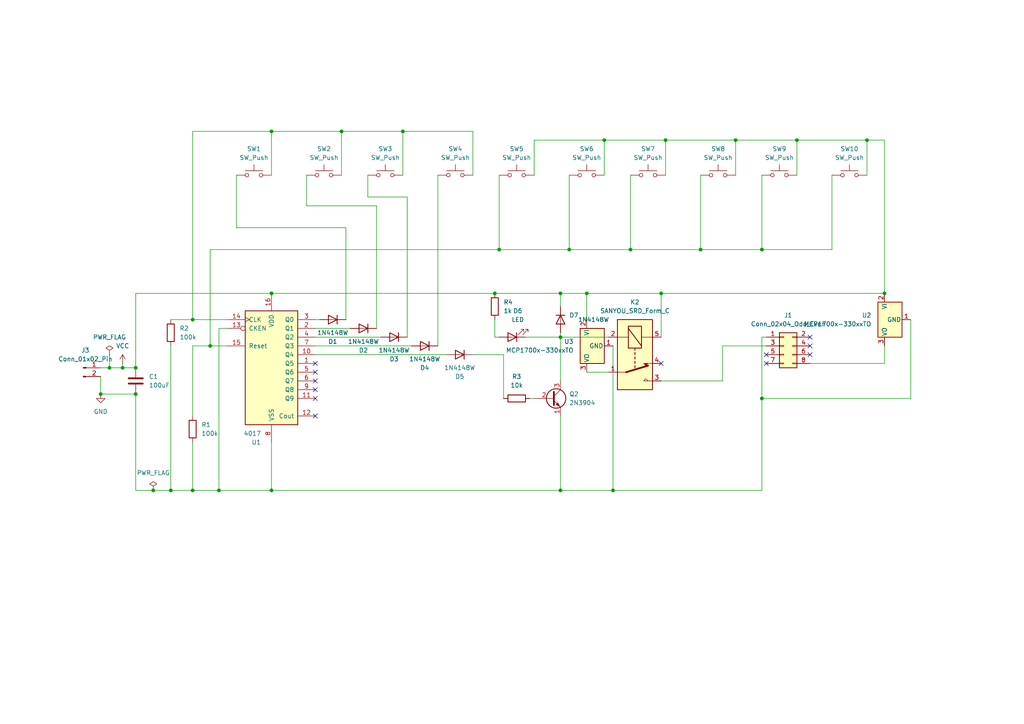
<source format=kicad_sch>
(kicad_sch (version 20231120) (generator "eeschema") (generator_version "8.0")
  (paper "A4")
  (lib_symbols
    (symbol "4xxx:4017" (pin_names (offset 1.016))
      (property "Reference" "U" (at -7.62 16.51 0))
      (property "Value" "4017" (at -7.62 -19.05 0))
      (symbol "4017_1_0"
        (pin output line (at 12.7 0 180) (length 5.08) (name "Q5") (number "1"))
        (pin output line (at 12.7 2.54 180) (length 5.08) (name "Q4") (number "10"))
        (pin output line (at 12.7 -10.16 180) (length 5.08) (name "Q9") (number "11"))
        (pin output line (at 12.7 -15.24 180) (length 5.08) (name "Cout") (number "12"))
        (pin input inverted (at -12.7 10.16 0) (length 5.08) (name "CKEN") (number "13"))
        (pin input clock (at -12.7 12.7 0) (length 5.08) (name "CLK") (number "14"))
        (pin input line (at -12.7 5.08 0) (length 5.08) (name "Reset") (number "15"))
        (pin power_in line (at 0 20.32 270) (length 5.08) (name "VDD") (number "16"))
        (pin output line (at 12.7 10.16 180) (length 5.08) (name "Q1") (number "2"))
        (pin output line (at 12.7 12.7 180) (length 5.08) (name "Q0") (number "3"))
        (pin output line (at 12.7 7.62 180) (length 5.08) (name "Q2") (number "4"))
        (pin output line (at 12.7 -2.54 180) (length 5.08) (name "Q6") (number "5"))
        (pin output line (at 12.7 -5.08 180) (length 5.08) (name "Q7") (number "6"))
        (pin output line (at 12.7 5.08 180) (length 5.08) (name "Q3") (number "7"))
        (pin power_in line (at 0 -22.86 90) (length 5.08) (name "VSS") (number "8"))
        (pin output line (at 12.7 -7.62 180) (length 5.08) (name "Q8") (number "9"))
      )
      (symbol "4017_1_1"
        (rectangle (start -7.62 15.24) (end 7.62 -17.78) (stroke (width 0.254)) (fill (type background)))
      )
    )
    (symbol "Connector:Conn_01x02_Pin" (pin_names (offset 1.016) hide)
      (property "Reference" "J" (at 0 2.54 0))
      (property "Value" "Conn_01x02_Pin" (at 0 -5.08 0))
      (symbol "Conn_01x02_Pin_1_1"
        (polyline (pts (xy 1.27 -2.54) (xy 0.8636 -2.54)) (stroke (width 0.1524)))
        (polyline (pts (xy 1.27 0) (xy 0.8636 0)) (stroke (width 0.1524)))
        (rectangle (start 0.8636 -2.413) (end 0 -2.667) (stroke (width 0.1524)) (fill (type outline)))
        (rectangle (start 0.8636 0.127) (end 0 -0.127) (stroke (width 0.1524)) (fill (type outline)))
        (pin passive line (at 5.08 0 180) (length 3.81) (name "Pin_1") (number "1"))
        (pin passive line (at 5.08 -2.54 180) (length 3.81) (name "Pin_2") (number "2"))
      )
    )
    (symbol "Connector_Generic:Conn_02x04_Odd_Even" (pin_names (offset 1.016) hide)
      (property "Reference" "J" (at 1.27 5.08 0))
      (property "Value" "Conn_02x04_Odd_Even" (at 1.27 -7.62 0))
      (symbol "Conn_02x04_Odd_Even_1_1"
        (rectangle (start -1.27 -4.953) (end 0 -5.207) (stroke (width 0.1524)))
        (rectangle (start -1.27 -2.413) (end 0 -2.667) (stroke (width 0.1524)))
        (rectangle (start -1.27 0.127) (end 0 -0.127) (stroke (width 0.1524)))
        (rectangle (start -1.27 2.667) (end 0 2.413) (stroke (width 0.1524)))
        (rectangle (start -1.27 3.81) (end 3.81 -6.35) (stroke (width 0.254)) (fill (type background)))
        (rectangle (start 3.81 -4.953) (end 2.54 -5.207) (stroke (width 0.1524)))
        (rectangle (start 3.81 -2.413) (end 2.54 -2.667) (stroke (width 0.1524)))
        (rectangle (start 3.81 0.127) (end 2.54 -0.127) (stroke (width 0.1524)))
        (rectangle (start 3.81 2.667) (end 2.54 2.413) (stroke (width 0.1524)))
        (pin passive line (at -5.08 2.54 0) (length 3.81) (name "Pin_1") (number "1"))
        (pin passive line (at 7.62 2.54 180) (length 3.81) (name "Pin_2") (number "2"))
        (pin passive line (at -5.08 0 0) (length 3.81) (name "Pin_3") (number "3"))
        (pin passive line (at 7.62 0 180) (length 3.81) (name "Pin_4") (number "4"))
        (pin passive line (at -5.08 -2.54 0) (length 3.81) (name "Pin_5") (number "5"))
        (pin passive line (at 7.62 -2.54 180) (length 3.81) (name "Pin_6") (number "6"))
        (pin passive line (at -5.08 -5.08 0) (length 3.81) (name "Pin_7") (number "7"))
        (pin passive line (at 7.62 -5.08 180) (length 3.81) (name "Pin_8") (number "8"))
      )
    )
    (symbol "Device:C" (pin_numbers hide) (pin_names (offset 0.254))
      (property "Reference" "C" (at 0.635 2.54 0))
      (property "Value" "C" (at 0.635 -2.54 0))
      (symbol "C_0_1"
        (polyline (pts (xy -2.032 -0.762) (xy 2.032 -0.762)) (stroke (width 0.508)))
        (polyline (pts (xy -2.032 0.762) (xy 2.032 0.762)) (stroke (width 0.508)))
      )
      (symbol "C_1_1"
        (pin passive line (at 0 3.81 270) (length 2.794) (name "~") (number "1"))
        (pin passive line (at 0 -3.81 90) (length 2.794) (name "~") (number "2"))
      )
    )
    (symbol "Device:LED" (pin_numbers hide) (pin_names (offset 1.016) hide)
      (property "Reference" "D" (at 0 2.54 0))
      (property "Value" "LED" (at 0 -2.54 0))
      (symbol "LED_0_1"
        (polyline (pts (xy -1.27 -1.27) (xy -1.27 1.27)) (stroke (width 0.254)))
        (polyline (pts (xy -1.27 0) (xy 1.27 0)))
        (polyline (pts (xy 1.27 -1.27) (xy 1.27 1.27) (xy -1.27 0) (xy 1.27 -1.27)) (stroke (width 0.254)))
        (polyline (pts (xy -3.048 -0.762) (xy -4.572 -2.286) (xy -3.81 -2.286) (xy -4.572 -2.286) (xy -4.572 -1.524)))
        (polyline (pts (xy -1.778 -0.762) (xy -3.302 -2.286) (xy -2.54 -2.286) (xy -3.302 -2.286) (xy -3.302 -1.524)))
      )
      (symbol "LED_1_1"
        (pin passive line (at -3.81 0 0) (length 2.54) (name "K") (number "1"))
        (pin passive line (at 3.81 0 180) (length 2.54) (name "A") (number "2"))
      )
    )
    (symbol "Device:R" (pin_numbers hide) (pin_names (offset 0))
      (property "Reference" "R" (at 2.032 0 90))
      (property "Value" "R" (at 0 0 90))
      (symbol "R_0_1"
        (rectangle (start -1.016 -2.54) (end 1.016 2.54) (stroke (width 0.254)))
      )
      (symbol "R_1_1"
        (pin passive line (at 0 3.81 270) (length 1.27) (name "~") (number "1"))
        (pin passive line (at 0 -3.81 90) (length 1.27) (name "~") (number "2"))
      )
    )
    (symbol "Diode:1N4148W" (pin_numbers hide) (pin_names hide)
      (property "Reference" "D" (at 0 2.54 0))
      (property "Value" "1N4148W" (at 0 -2.54 0))
      (symbol "1N4148W_0_1"
        (polyline (pts (xy -1.27 1.27) (xy -1.27 -1.27)) (stroke (width 0.254)))
        (polyline (pts (xy 1.27 0) (xy -1.27 0)))
        (polyline (pts (xy 1.27 1.27) (xy 1.27 -1.27) (xy -1.27 0) (xy 1.27 1.27)) (stroke (width 0.254)))
      )
      (symbol "1N4148W_1_1"
        (pin passive line (at -3.81 0 0) (length 2.54) (name "K") (number "1"))
        (pin passive line (at 3.81 0 180) (length 2.54) (name "A") (number "2"))
      )
    )
    (symbol "Regulator_Linear:MCP1700x-330xxTO" (pin_names (offset 0.254))
      (property "Reference" "U" (at -3.81 -3.175 0))
      (property "Value" "MCP1700x-330xxTO" (at 0 -3.175 0))
      (symbol "MCP1700x-330xxTO_0_1"
        (rectangle (start -5.08 5.08) (end 5.08 -1.905) (stroke (width 0.254)) (fill (type background)))
      )
      (symbol "MCP1700x-330xxTO_1_1"
        (pin power_in line (at 0 7.62 270) (length 2.54) (name "GND") (number "1"))
        (pin power_in line (at -7.62 0 0) (length 2.54) (name "VI") (number "2"))
        (pin power_out line (at 7.62 0 180) (length 2.54) (name "VO") (number "3"))
      )
    )
    (symbol "Relay:SANYOU_SRD_Form_C"
      (property "Reference" "K" (at 11.43 3.81 0))
      (property "Value" "SANYOU_SRD_Form_C" (at 11.43 1.27 0))
      (symbol "SANYOU_SRD_Form_C_0_0"
        (polyline (pts (xy 7.62 5.08) (xy 7.62 2.54) (xy 6.985 3.175) (xy 7.62 3.81)))
      )
      (symbol "SANYOU_SRD_Form_C_0_1"
        (rectangle (start -10.16 5.08) (end 10.16 -5.08) (stroke (width 0.254)) (fill (type background)))
        (rectangle (start -8.255 1.905) (end -1.905 -1.905) (stroke (width 0.254)))
        (polyline (pts (xy -7.62 -1.905) (xy -2.54 1.905)) (stroke (width 0.254)))
        (polyline (pts (xy -5.08 -5.08) (xy -5.08 -1.905)))
        (polyline (pts (xy -5.08 5.08) (xy -5.08 1.905)))
        (polyline (pts (xy -1.905 0) (xy -1.27 0)) (stroke (width 0.254)))
        (polyline (pts (xy -0.635 0) (xy 0 0)) (stroke (width 0.254)))
        (polyline (pts (xy 0.635 0) (xy 1.27 0)) (stroke (width 0.254)))
        (polyline (pts (xy 1.905 0) (xy 2.54 0)) (stroke (width 0.254)))
        (polyline (pts (xy 3.175 0) (xy 3.81 0)) (stroke (width 0.254)))
        (polyline (pts (xy 5.08 -2.54) (xy 3.175 3.81)) (stroke (width 0.508)))
        (polyline (pts (xy 5.08 -2.54) (xy 5.08 -5.08)))
      )
      (symbol "SANYOU_SRD_Form_C_1_1"
        (polyline (pts (xy 2.54 3.81) (xy 3.175 3.175) (xy 2.54 2.54) (xy 2.54 5.08)) (fill (type outline)))
        (pin passive line (at 5.08 -7.62 90) (length 2.54) (name "~") (number "1"))
        (pin passive line (at -5.08 -7.62 90) (length 2.54) (name "~") (number "2"))
        (pin passive line (at 7.62 7.62 270) (length 2.54) (name "~") (number "3"))
        (pin passive line (at 2.54 7.62 270) (length 2.54) (name "~") (number "4"))
        (pin passive line (at -5.08 7.62 270) (length 2.54) (name "~") (number "5"))
      )
    )
    (symbol "Switch:SW_Push" (pin_numbers hide) (pin_names (offset 1.016) hide)
      (property "Reference" "SW" (at 1.27 2.54 0))
      (property "Value" "SW_Push" (at 0 -1.524 0))
      (symbol "SW_Push_0_1"
        (circle (center -2.032 0) (radius 0.508))
        (polyline (pts (xy 0 1.27) (xy 0 3.048)))
        (polyline (pts (xy 2.54 1.27) (xy -2.54 1.27)))
        (circle (center 2.032 0) (radius 0.508))
        (pin passive line (at -5.08 0 0) (length 2.54) (name "1") (number "1"))
        (pin passive line (at 5.08 0 180) (length 2.54) (name "2") (number "2"))
      )
    )
    (symbol "Transistor_BJT:2N3904" (pin_names (offset 0) hide)
      (property "Reference" "Q" (at 5.08 1.905 0))
      (property "Value" "2N3904" (at 5.08 0 0))
      (symbol "2N3904_0_1"
        (polyline (pts (xy 0.635 0.635) (xy 2.54 2.54)))
        (polyline (pts (xy 0.635 -0.635) (xy 2.54 -2.54) (xy 2.54 -2.54)))
        (polyline (pts (xy 0.635 1.905) (xy 0.635 -1.905) (xy 0.635 -1.905)) (stroke (width 0.508)))
        (polyline (pts (xy 1.27 -1.778) (xy 1.778 -1.27) (xy 2.286 -2.286) (xy 1.27 -1.778) (xy 1.27 -1.778)) (fill (type outline)))
        (circle (center 1.27 0) (radius 2.8194) (stroke (width 0.254)))
      )
      (symbol "2N3904_1_1"
        (pin passive line (at 2.54 -5.08 90) (length 2.54) (name "E") (number "1"))
        (pin passive line (at -5.08 0 0) (length 5.715) (name "B") (number "2"))
        (pin passive line (at 2.54 5.08 270) (length 2.54) (name "C") (number "3"))
      )
    )
    (symbol "power:GND" (power) (pin_numbers hide) (pin_names (offset 0) hide)
      (property "Value" "GND" (at 0 -3.81 0))
      (symbol "GND_0_1"
        (polyline (pts (xy 0 0) (xy 0 -1.27) (xy 1.27 -1.27) (xy 0 -2.54) (xy -1.27 -1.27) (xy 0 -1.27)))
      )
      (symbol "GND_1_1"
        (pin power_in line (at 0 0 270) (length 0) (name "~") (number "1"))
      )
    )
    (symbol "power:PWR_FLAG" (power) (pin_numbers hide) (pin_names (offset 0) hide)
      (property "Value" "PWR_FLAG" (at 0 3.81 0))
      (symbol "PWR_FLAG_0_0"
        (pin power_out line (at 0 0 90) (length 0) (name "~") (number "1"))
      )
      (symbol "PWR_FLAG_0_1"
        (polyline (pts (xy 0 0) (xy 0 1.27) (xy -1.016 1.905) (xy 0 2.54) (xy 1.016 1.905) (xy 0 1.27)))
      )
    )
    (symbol "power:VCC" (power) (pin_numbers hide) (pin_names (offset 0) hide)
      (property "Value" "VCC" (at 0 3.556 0))
      (symbol "VCC_0_1"
        (polyline (pts (xy -0.762 1.27) (xy 0 2.54)))
        (polyline (pts (xy 0 0) (xy 0 2.54)))
        (polyline (pts (xy 0 2.54) (xy 0.762 1.27)))
      )
      (symbol "VCC_1_1"
        (pin power_in line (at 0 0 90) (length 0) (name "~") (number "1"))
      )
    )
  )
  (junction (at 78.74 85.09))
  (junction (at 175.26 40.64))
  (junction (at 213.36 40.64))
  (junction (at 116.84 38.1))
  (junction (at 39.37 106.68))
  (junction (at 78.74 38.1))
  (junction (at 63.5 142.24))
  (junction (at 99.06 38.1))
  (junction (at 203.2 72.39))
  (junction (at 162.56 142.24))
  (junction (at 256.54 85.09))
  (junction (at 44.45 142.24))
  (junction (at 162.56 97.79))
  (junction (at 78.74 142.24))
  (junction (at 35.56 106.68))
  (junction (at 39.37 114.3))
  (junction (at 143.51 85.09))
  (junction (at 251.46 40.64))
  (junction (at 55.88 142.24))
  (junction (at 162.56 85.09))
  (junction (at 165.1 72.39))
  (junction (at 29.21 114.3))
  (junction (at 170.18 85.09))
  (junction (at 193.04 40.64))
  (junction (at 55.88 92.71))
  (junction (at 144.78 72.39))
  (junction (at 60.96 100.33))
  (junction (at 191.77 85.09))
  (junction (at 177.8 142.24))
  (junction (at 49.53 142.24))
  (junction (at 220.98 115.57))
  (junction (at 231.14 40.64))
  (junction (at 220.98 72.39))
  (junction (at 31.75 106.68))
  (junction (at 182.88 72.39))
  (no_connect (at 91.44 110.49))
  (no_connect (at 91.44 113.03))
  (no_connect (at 222.25 102.87))
  (no_connect (at 91.44 107.95))
  (no_connect (at 91.44 120.65))
  (no_connect (at 234.95 102.87))
  (no_connect (at 91.44 105.41))
  (no_connect (at 222.25 105.41))
  (no_connect (at 91.44 115.57))
  (no_connect (at 234.95 97.79))
  (no_connect (at 234.95 100.33))
  (no_connect (at 191.77 105.41))
  (wire (pts (xy 170.18 85.09) (xy 170.18 92.71)))
  (wire (pts (xy 191.77 85.09) (xy 256.54 85.09)))
  (wire (pts (xy 29.21 114.3) (xy 39.37 114.3)))
  (wire (pts (xy 162.56 142.24) (xy 78.74 142.24)))
  (wire (pts (xy 177.8 100.33) (xy 177.8 142.24)))
  (wire (pts (xy 88.9 59.69) (xy 109.22 59.69)))
  (wire (pts (xy 144.78 72.39) (xy 144.78 50.8)))
  (wire (pts (xy 153.67 115.57) (xy 154.94 115.57)))
  (wire (pts (xy 29.21 114.3) (xy 29.21 109.22)))
  (wire (pts (xy 66.04 92.71) (xy 55.88 92.71)))
  (wire (pts (xy 55.88 142.24) (xy 63.5 142.24)))
  (wire (pts (xy 78.74 38.1) (xy 78.74 50.8)))
  (wire (pts (xy 109.22 95.25) (xy 109.22 59.69)))
  (wire (pts (xy 256.54 100.33) (xy 256.54 105.41)))
  (wire (pts (xy 222.25 100.33) (xy 209.55 100.33)))
  (wire (pts (xy 220.98 97.79) (xy 220.98 115.57)))
  (wire (pts (xy 152.4 97.79) (xy 162.56 97.79)))
  (wire (pts (xy 100.33 92.71) (xy 100.33 66.04)))
  (wire (pts (xy 213.36 40.64) (xy 213.36 50.8)))
  (wire (pts (xy 55.88 38.1) (xy 78.74 38.1)))
  (wire (pts (xy 177.8 142.24) (xy 220.98 142.24)))
  (wire (pts (xy 91.44 92.71) (xy 92.71 92.71)))
  (wire (pts (xy 213.36 40.64) (xy 231.14 40.64)))
  (wire (pts (xy 162.56 142.24) (xy 177.8 142.24)))
  (wire (pts (xy 162.56 88.9) (xy 162.56 85.09)))
  (wire (pts (xy 264.16 92.71) (xy 264.16 115.57)))
  (wire (pts (xy 182.88 72.39) (xy 203.2 72.39)))
  (wire (pts (xy 106.68 57.15) (xy 106.68 50.8)))
  (wire (pts (xy 49.53 92.71) (xy 55.88 92.71)))
  (wire (pts (xy 146.05 102.87) (xy 137.16 102.87)))
  (wire (pts (xy 220.98 115.57) (xy 264.16 115.57)))
  (wire (pts (xy 231.14 40.64) (xy 251.46 40.64)))
  (wire (pts (xy 175.26 50.8) (xy 175.26 40.64)))
  (wire (pts (xy 35.56 106.68) (xy 39.37 106.68)))
  (wire (pts (xy 182.88 72.39) (xy 182.88 50.8)))
  (wire (pts (xy 162.56 85.09) (xy 170.18 85.09)))
  (wire (pts (xy 78.74 128.27) (xy 78.74 142.24)))
  (wire (pts (xy 154.94 40.64) (xy 175.26 40.64)))
  (wire (pts (xy 35.56 105.41) (xy 35.56 106.68)))
  (wire (pts (xy 39.37 106.68) (xy 39.37 85.09)))
  (wire (pts (xy 63.5 142.24) (xy 78.74 142.24)))
  (wire (pts (xy 60.96 72.39) (xy 60.96 100.33)))
  (wire (pts (xy 203.2 72.39) (xy 220.98 72.39)))
  (wire (pts (xy 118.11 57.15) (xy 106.68 57.15)))
  (wire (pts (xy 78.74 85.09) (xy 143.51 85.09)))
  (wire (pts (xy 154.94 50.8) (xy 154.94 40.64)))
  (wire (pts (xy 44.45 142.24) (xy 49.53 142.24)))
  (wire (pts (xy 31.75 102.87) (xy 31.75 106.68)))
  (wire (pts (xy 251.46 40.64) (xy 251.46 50.8)))
  (wire (pts (xy 165.1 72.39) (xy 182.88 72.39)))
  (wire (pts (xy 39.37 114.3) (xy 39.37 142.24)))
  (wire (pts (xy 220.98 72.39) (xy 220.98 50.8)))
  (wire (pts (xy 31.75 106.68) (xy 35.56 106.68)))
  (wire (pts (xy 55.88 128.27) (xy 55.88 142.24)))
  (wire (pts (xy 49.53 142.24) (xy 55.88 142.24)))
  (wire (pts (xy 68.58 66.04) (xy 68.58 50.8)))
  (wire (pts (xy 191.77 97.79) (xy 191.77 85.09)))
  (wire (pts (xy 191.77 110.49) (xy 209.55 110.49)))
  (wire (pts (xy 209.55 100.33) (xy 209.55 110.49)))
  (wire (pts (xy 55.88 100.33) (xy 55.88 120.65)))
  (wire (pts (xy 241.3 72.39) (xy 241.3 50.8)))
  (wire (pts (xy 143.51 92.71) (xy 143.51 97.79)))
  (wire (pts (xy 118.11 97.79) (xy 118.11 57.15)))
  (wire (pts (xy 99.06 38.1) (xy 116.84 38.1)))
  (wire (pts (xy 99.06 38.1) (xy 99.06 50.8)))
  (wire (pts (xy 127 50.8) (xy 127 100.33)))
  (wire (pts (xy 203.2 72.39) (xy 203.2 50.8)))
  (wire (pts (xy 175.26 40.64) (xy 193.04 40.64)))
  (wire (pts (xy 49.53 100.33) (xy 49.53 142.24)))
  (wire (pts (xy 231.14 40.64) (xy 231.14 50.8)))
  (wire (pts (xy 39.37 85.09) (xy 78.74 85.09)))
  (wire (pts (xy 63.5 95.25) (xy 63.5 142.24)))
  (wire (pts (xy 55.88 92.71) (xy 55.88 38.1)))
  (wire (pts (xy 193.04 40.64) (xy 193.04 50.8)))
  (wire (pts (xy 137.16 38.1) (xy 137.16 50.8)))
  (wire (pts (xy 78.74 38.1) (xy 99.06 38.1)))
  (wire (pts (xy 68.58 66.04) (xy 100.33 66.04)))
  (wire (pts (xy 256.54 105.41) (xy 234.95 105.41)))
  (wire (pts (xy 143.51 85.09) (xy 162.56 85.09)))
  (wire (pts (xy 256.54 85.09) (xy 256.54 40.64)))
  (wire (pts (xy 91.44 97.79) (xy 110.49 97.79)))
  (wire (pts (xy 116.84 38.1) (xy 137.16 38.1)))
  (wire (pts (xy 116.84 38.1) (xy 116.84 50.8)))
  (wire (pts (xy 60.96 72.39) (xy 144.78 72.39)))
  (wire (pts (xy 170.18 85.09) (xy 191.77 85.09)))
  (wire (pts (xy 220.98 115.57) (xy 220.98 142.24)))
  (wire (pts (xy 162.56 97.79) (xy 162.56 110.49)))
  (wire (pts (xy 91.44 102.87) (xy 129.54 102.87)))
  (wire (pts (xy 91.44 100.33) (xy 119.38 100.33)))
  (wire (pts (xy 60.96 100.33) (xy 66.04 100.33)))
  (wire (pts (xy 176.53 107.95) (xy 170.18 107.95)))
  (wire (pts (xy 29.21 106.68) (xy 31.75 106.68)))
  (wire (pts (xy 63.5 95.25) (xy 66.04 95.25)))
  (wire (pts (xy 256.54 40.64) (xy 251.46 40.64)))
  (wire (pts (xy 165.1 72.39) (xy 165.1 50.8)))
  (wire (pts (xy 162.56 96.52) (xy 162.56 97.79)))
  (wire (pts (xy 220.98 72.39) (xy 241.3 72.39)))
  (wire (pts (xy 39.37 142.24) (xy 44.45 142.24)))
  (wire (pts (xy 162.56 97.79) (xy 176.53 97.79)))
  (wire (pts (xy 144.78 72.39) (xy 165.1 72.39)))
  (wire (pts (xy 88.9 59.69) (xy 88.9 50.8)))
  (wire (pts (xy 91.44 95.25) (xy 101.6 95.25)))
  (wire (pts (xy 146.05 115.57) (xy 146.05 102.87)))
  (wire (pts (xy 193.04 40.64) (xy 213.36 40.64)))
  (wire (pts (xy 143.51 97.79) (xy 144.78 97.79)))
  (wire (pts (xy 162.56 120.65) (xy 162.56 142.24)))
  (wire (pts (xy 220.98 97.79) (xy 222.25 97.79)))
  (wire (pts (xy 60.96 100.33) (xy 55.88 100.33)))
  (symbol (lib_id "power:GND") (at 29.21 114.3 0) (unit 1)
    (property "Reference" "#PWR03" (effects (hide yes)))
    (property "Value" "GND" (at 29.21 119.38 0))
    (property "Description" "Power symbol creates a global label with name \"GND\" , ground" (effects (hide yes)))
  )
  (symbol (lib_id "Diode:1N4148W") (at 105.41 95.25 180) (unit 1)
    (property "Reference" "D2" (at 105.41 101.6 0))
    (property "Value" "1N4148W" (at 105.41 99.06 0))
    (property "Footprint" "Diode_SMD:D_SOD-123" (effects (hide yes)))
    (property "Datasheet" "https://www.vishay.com/docs/85748/1n4148w.pdf" (effects (hide yes)))
    (property "Description" "75V 0.15A Fast Switching Diode, SOD-123" (effects (hide yes)))
    (property "Sim.Device" "D" (effects (hide yes)))
    (property "Sim.Pins" "1=K 2=A" (effects (hide yes)))
  )
  (symbol (lib_id "Diode:1N4148W") (at 123.19 100.33 180) (unit 1)
    (property "Reference" "D4" (at 123.19 106.68 0))
    (property "Value" "1N4148W" (at 123.19 104.14 0))
    (property "Footprint" "Diode_SMD:D_SOD-123" (effects (hide yes)))
    (property "Datasheet" "https://www.vishay.com/docs/85748/1n4148w.pdf" (effects (hide yes)))
    (property "Description" "75V 0.15A Fast Switching Diode, SOD-123" (effects (hide yes)))
    (property "Sim.Device" "D" (effects (hide yes)))
    (property "Sim.Pins" "1=K 2=A" (effects (hide yes)))
  )
  (symbol (lib_id "Device:C") (at 39.37 110.49 0) (unit 1)
    (property "Reference" "C1" (at 43.18 109.2199 0) (effects (justify left)))
    (property "Value" "100uF" (at 43.18 111.7599 0) (effects (justify left)))
    (property "Footprint" "Capacitor_SMD:C_0805_2012Metric_Pad1.18x1.45mm_HandSolder" (effects (hide yes)))
    (property "Description" "Unpolarized capacitor" (effects (hide yes)))
  )
  (symbol (lib_id "Diode:1N4148W") (at 162.56 92.71 270) (unit 1)
    (property "Reference" "D7" (at 165.1 91.4399 90) (effects (justify left)))
    (property "Value" "1N4148W" (at 167.64 92.71 90) (effects (justify left)))
    (property "Footprint" "Diode_SMD:D_SOD-123" (effects (hide yes)))
    (property "Datasheet" "https://www.vishay.com/docs/85748/1n4148w.pdf" (effects (hide yes)))
    (property "Description" "75V 0.15A Fast Switching Diode, SOD-123" (effects (hide yes)))
    (property "Sim.Device" "D" (effects (hide yes)))
    (property "Sim.Pins" "1=K 2=A" (effects (hide yes)))
  )
  (symbol (lib_id "Device:R") (at 149.86 115.57 90) (unit 1)
    (property "Reference" "R3" (at 149.86 109.22 90))
    (property "Value" "10k" (at 149.86 111.76 90))
    (property "Footprint" "Resistor_SMD:R_0805_2012Metric_Pad1.20x1.40mm_HandSolder" (effects (hide yes)))
    (property "Description" "Resistor" (effects (hide yes)))
  )
  (symbol (lib_id "Switch:SW_Push") (at 226.06 50.8 0) (unit 1)
    (property "Reference" "SW9" (at 226.06 43.18 0))
    (property "Value" "SW_Push" (at 226.06 45.72 0))
    (property "Footprint" "Button_Switch_THT:SW_PUSH_6mm" (effects (hide yes)))
    (property "Description" "Push button switch, generic, two pins" (effects (hide yes)))
  )
  (symbol (lib_id "Device:R") (at 49.53 96.52 180) (unit 1)
    (property "Reference" "R2" (at 52.07 95.2499 0) (effects (justify right)))
    (property "Value" "100k" (at 52.07 97.7899 0) (effects (justify right)))
    (property "Footprint" "Resistor_SMD:R_0805_2012Metric_Pad1.20x1.40mm_HandSolder" (effects (hide yes)))
    (property "Description" "Resistor" (effects (hide yes)))
  )
  (symbol (lib_id "Switch:SW_Push") (at 208.28 50.8 0) (unit 1)
    (property "Reference" "SW8" (at 208.28 43.18 0))
    (property "Value" "SW_Push" (at 208.28 45.72 0))
    (property "Footprint" "Button_Switch_THT:SW_PUSH_6mm" (effects (hide yes)))
    (property "Description" "Push button switch, generic, two pins" (effects (hide yes)))
  )
  (symbol (lib_id "Switch:SW_Push") (at 187.96 50.8 0) (unit 1)
    (property "Reference" "SW7" (at 187.96 43.18 0))
    (property "Value" "SW_Push" (at 187.96 45.72 0))
    (property "Footprint" "Button_Switch_THT:SW_PUSH_6mm" (effects (hide yes)))
    (property "Description" "Push button switch, generic, two pins" (effects (hide yes)))
  )
  (symbol (lib_id "Switch:SW_Push") (at 132.08 50.8 0) (unit 1)
    (property "Reference" "SW4" (at 132.08 43.18 0))
    (property "Value" "SW_Push" (at 132.08 45.72 0))
    (property "Footprint" "Button_Switch_THT:SW_PUSH_6mm" (effects (hide yes)))
    (property "Description" "Push button switch, generic, two pins" (effects (hide yes)))
  )
  (symbol (lib_id "Device:LED") (at 148.59 97.79 180) (unit 1)
    (property "Reference" "D6" (at 150.1775 90.17 0))
    (property "Value" "LED" (at 150.1775 92.71 0))
    (property "Footprint" "LED_THT:LED_D5.0mm" (effects (hide yes)))
    (property "Description" "Light emitting diode" (effects (hide yes)))
  )
  (symbol (lib_id "Regulator_Linear:MCP1700x-330xxTO") (at 170.18 100.33 270) (unit 1)
    (property "Reference" "U3" (at 166.37 99.0599 90) (effects (justify right)))
    (property "Value" "MCP1700x-330xxTO" (at 166.37 101.5999 90) (effects (justify right)))
    (property "Footprint" "Package_TO_SOT_THT:TO-92_Inline" (effects (hide yes)))
    (property "Datasheet" "http://ww1.microchip.com/downloads/en/DeviceDoc/20001826D.pdf" (effects (hide yes)))
    (property "Description" "250mA Low Quiscent Current LDO, 3.3V output, TO-92" (effects (hide yes)))
  )
  (symbol (lib_id "Relay:SANYOU_SRD_Form_C") (at 184.15 102.87 270) (unit 1)
    (property "Reference" "K2" (at 184.15 87.63 90))
    (property "Value" "SANYOU_SRD_Form_C" (at 184.15 90.17 90))
    (property "Footprint" "Relay_THT:Relay_SPDT_SANYOU_SRD_Series_Form_C" (effects (hide yes)))
    (property "Datasheet" "http://www.sanyourelay.ca/public/products/pdf/SRD.pdf" (effects (hide yes)))
    (property "Description" "Sanyo SRD relay, Single Pole Miniature Power Relay," (effects (hide yes)))
  )
  (symbol (lib_id "power:PWR_FLAG") (at 44.45 142.24 0) (unit 1)
    (property "Reference" "#FLG02" (effects (hide yes)))
    (property "Value" "PWR_FLAG" (at 44.45 137.16 0))
    (property "Description" "Special symbol for telling ERC where power comes from" (effects (hide yes)))
  )
  (symbol (lib_id "Switch:SW_Push") (at 149.86 50.8 0) (unit 1)
    (property "Reference" "SW5" (at 149.86 43.18 0))
    (property "Value" "SW_Push" (at 149.86 45.72 0))
    (property "Footprint" "Button_Switch_THT:SW_PUSH_6mm" (effects (hide yes)))
    (property "Description" "Push button switch, generic, two pins" (effects (hide yes)))
  )
  (symbol (lib_id "Diode:1N4148W") (at 96.52 92.71 180) (unit 1)
    (property "Reference" "D1" (at 96.52 99.06 0))
    (property "Value" "1N4148W" (at 96.52 96.52 0))
    (property "Footprint" "Diode_SMD:D_SOD-123" (effects (hide yes)))
    (property "Datasheet" "https://www.vishay.com/docs/85748/1n4148w.pdf" (effects (hide yes)))
    (property "Description" "75V 0.15A Fast Switching Diode, SOD-123" (effects (hide yes)))
    (property "Sim.Device" "D" (effects (hide yes)))
    (property "Sim.Pins" "1=K 2=A" (effects (hide yes)))
  )
  (symbol (lib_id "Switch:SW_Push") (at 111.76 50.8 0) (unit 1)
    (property "Reference" "SW3" (at 111.76 43.18 0))
    (property "Value" "SW_Push" (at 111.76 45.72 0))
    (property "Footprint" "Button_Switch_THT:SW_PUSH_6mm" (effects (hide yes)))
    (property "Description" "Push button switch, generic, two pins" (effects (hide yes)))
  )
  (symbol (lib_id "Device:R") (at 55.88 124.46 0) (unit 1)
    (property "Reference" "R1" (at 58.42 123.1899 0) (effects (justify left)))
    (property "Value" "100k" (at 58.42 125.7299 0) (effects (justify left)))
    (property "Footprint" "Resistor_SMD:R_0805_2012Metric_Pad1.20x1.40mm_HandSolder" (effects (hide yes)))
    (property "Description" "Resistor" (effects (hide yes)))
  )
  (symbol (lib_id "power:VCC") (at 35.56 105.41 0) (unit 1)
    (property "Reference" "#PWR01" (effects (hide yes)))
    (property "Value" "VCC" (at 35.56 100.33 0))
    (property "Description" "Power symbol creates a global label with name \"VCC\"" (effects (hide yes)))
  )
  (symbol (lib_id "Diode:1N4148W") (at 133.35 102.87 180) (unit 1)
    (property "Reference" "D5" (at 133.35 109.22 0))
    (property "Value" "1N4148W" (at 133.35 106.68 0))
    (property "Footprint" "Diode_SMD:D_SOD-123" (effects (hide yes)))
    (property "Datasheet" "https://www.vishay.com/docs/85748/1n4148w.pdf" (effects (hide yes)))
    (property "Description" "75V 0.15A Fast Switching Diode, SOD-123" (effects (hide yes)))
    (property "Sim.Device" "D" (effects (hide yes)))
    (property "Sim.Pins" "1=K 2=A" (effects (hide yes)))
  )
  (symbol (lib_id "Diode:1N4148W") (at 114.3 97.79 180) (unit 1)
    (property "Reference" "D3" (at 114.3 104.14 0))
    (property "Value" "1N4148W" (at 114.3 101.6 0))
    (property "Footprint" "Diode_SMD:D_SOD-123" (effects (hide yes)))
    (property "Datasheet" "https://www.vishay.com/docs/85748/1n4148w.pdf" (effects (hide yes)))
    (property "Description" "75V 0.15A Fast Switching Diode, SOD-123" (effects (hide yes)))
    (property "Sim.Device" "D" (effects (hide yes)))
    (property "Sim.Pins" "1=K 2=A" (effects (hide yes)))
  )
  (symbol (lib_id "Connector_Generic:Conn_02x04_Odd_Even") (at 227.33 100.33 0) (unit 1)
    (property "Reference" "J1" (at 228.6 91.44 0))
    (property "Value" "Conn_02x04_Odd_Even" (at 228.6 93.98 0))
    (property "Footprint" "Connector_PinSocket_2.54mm:PinSocket_2x04_P2.54mm_Vertical" (effects (hide yes)))
    (property "Description" "Generic connector, double row, 02x04, odd/even pin numbering scheme (row 1 odd numbers, row 2 even numbers), script generated (kicad-library-utils/schlib/autogen/connector/)" (effects (hide yes)))
  )
  (symbol (lib_id "power:PWR_FLAG") (at 31.75 102.87 0) (unit 1)
    (property "Reference" "#FLG01" (effects (hide yes)))
    (property "Value" "PWR_FLAG" (at 31.75 97.79 0))
    (property "Description" "Special symbol for telling ERC where power comes from" (effects (hide yes)))
  )
  (symbol (lib_id "Switch:SW_Push") (at 246.38 50.8 0) (unit 1)
    (property "Reference" "SW10" (at 246.38 43.18 0))
    (property "Value" "SW_Push" (at 246.38 45.72 0))
    (property "Footprint" "Button_Switch_THT:SW_PUSH_6mm" (effects (hide yes)))
    (property "Description" "Push button switch, generic, two pins" (effects (hide yes)))
  )
  (symbol (lib_id "Device:R") (at 143.51 88.9 0) (unit 1)
    (property "Reference" "R4" (at 146.05 87.6299 0) (effects (justify left)))
    (property "Value" "1k" (at 146.05 90.1699 0) (effects (justify left)))
    (property "Footprint" "Resistor_SMD:R_0805_2012Metric_Pad1.20x1.40mm_HandSolder" (effects (hide yes)))
    (property "Description" "Resistor" (effects (hide yes)))
  )
  (symbol (lib_id "4xxx:4017") (at 78.74 105.41 0) (unit 1)
    (property "Reference" "U1" (at 75.7235 128.27 0) (effects (justify right)))
    (property "Value" "4017" (at 75.7235 125.73 0) (effects (justify right)))
    (property "Footprint" "Package_DIP:CERDIP-16_W7.62mm_SideBrazed_LongPads_Socket" (effects (hide yes)))
    (property "Datasheet" "http://www.intersil.com/content/dam/Intersil/documents/cd40/cd4017bms-22bms.pdf" (effects (hide yes)))
    (property "Description" "Johnson Counter ( 10 outputs )" (effects (hide yes)))
  )
  (symbol (lib_id "Switch:SW_Push") (at 93.98 50.8 0) (unit 1)
    (property "Reference" "SW2" (at 93.98 43.18 0))
    (property "Value" "SW_Push" (at 93.98 45.72 0))
    (property "Footprint" "Button_Switch_THT:SW_PUSH_6mm" (effects (hide yes)))
    (property "Description" "Push button switch, generic, two pins" (effects (hide yes)))
  )
  (symbol (lib_id "Connector:Conn_01x02_Pin") (at 24.13 106.68 0) (unit 1)
    (property "Reference" "J3" (at 24.765 101.6 0))
    (property "Value" "Conn_01x02_Pin" (at 24.765 104.14 0))
    (property "Footprint" "Connector_PinHeader_2.54mm:PinHeader_1x02_P2.54mm_Vertical" (effects (hide yes)))
    (property "Description" "Generic connector, single row, 01x02, script generated" (effects (hide yes)))
  )
  (symbol (lib_id "Switch:SW_Push") (at 73.66 50.8 0) (unit 1)
    (property "Reference" "SW1" (at 73.66 43.18 0))
    (property "Value" "SW_Push" (at 73.66 45.72 0))
    (property "Footprint" "Button_Switch_THT:SW_PUSH_6mm" (effects (hide yes)))
    (property "Description" "Push button switch, generic, two pins" (effects (hide yes)))
  )
  (symbol (lib_id "Switch:SW_Push") (at 170.18 50.8 0) (unit 1)
    (property "Reference" "SW6" (at 170.18 43.18 0))
    (property "Value" "SW_Push" (at 170.18 45.72 0))
    (property "Footprint" "Button_Switch_THT:SW_PUSH_6mm" (effects (hide yes)))
    (property "Description" "Push button switch, generic, two pins" (effects (hide yes)))
  )
  (symbol (lib_id "Transistor_BJT:2N3904") (at 160.02 115.57 0) (unit 1)
    (property "Reference" "Q2" (at 165.1 114.2999 0) (effects (justify left)))
    (property "Value" "2N3904" (at 165.1 116.8399 0) (effects (justify left)))
    (property "Footprint" "Package_TO_SOT_THT:TO-92_Inline" (effects (hide yes)))
    (property "Datasheet" "https://www.onsemi.com/pub/Collateral/2N3903-D.PDF" (effects (hide yes)))
    (property "Description" "0.2A Ic, 40V Vce, Small Signal NPN Transistor, TO-92" (effects (hide yes)))
  )
  (symbol (lib_id "Regulator_Linear:MCP1700x-330xxTO") (at 256.54 92.71 270) (unit 1)
    (property "Reference" "U2" (at 252.73 91.4399 90) (effects (justify right)))
    (property "Value" "MCP1700x-330xxTO" (at 252.73 93.9799 90) (effects (justify right)))
    (property "Footprint" "Package_TO_SOT_THT:TO-92_Inline" (effects (hide yes)))
    (property "Datasheet" "http://ww1.microchip.com/downloads/en/DeviceDoc/20001826D.pdf" (effects (hide yes)))
    (property "Description" "250mA Low Quiscent Current LDO, 3.3V output, TO-92" (effects (hide yes)))
  )
)
</source>
